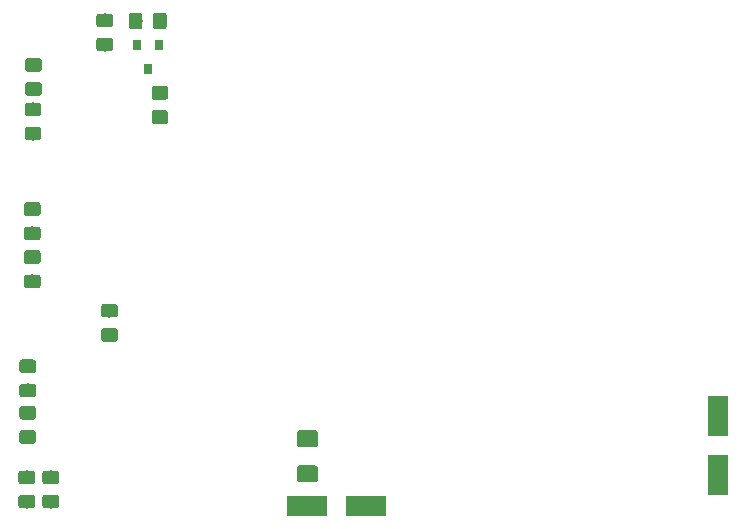
<source format=gbr>
%TF.GenerationSoftware,KiCad,Pcbnew,5.1.4*%
%TF.CreationDate,2019-11-11T17:46:08+01:00*%
%TF.ProjectId,followsun-hardware,666f6c6c-6f77-4737-956e-2d6861726477,rev?*%
%TF.SameCoordinates,Original*%
%TF.FileFunction,Paste,Top*%
%TF.FilePolarity,Positive*%
%FSLAX46Y46*%
G04 Gerber Fmt 4.6, Leading zero omitted, Abs format (unit mm)*
G04 Created by KiCad (PCBNEW 5.1.4) date 2019-11-11 17:46:08*
%MOMM*%
%LPD*%
G04 APERTURE LIST*
%ADD10C,0.100000*%
%ADD11C,1.150000*%
%ADD12R,1.800000X3.500000*%
%ADD13R,3.500000X1.800000*%
%ADD14C,1.425000*%
%ADD15R,0.800000X0.900000*%
G04 APERTURE END LIST*
D10*
G36*
X145356105Y-82618604D02*
G01*
X145380373Y-82622204D01*
X145404172Y-82628165D01*
X145427271Y-82636430D01*
X145449450Y-82646920D01*
X145470493Y-82659532D01*
X145490199Y-82674147D01*
X145508377Y-82690623D01*
X145524853Y-82708801D01*
X145539468Y-82728507D01*
X145552080Y-82749550D01*
X145562570Y-82771729D01*
X145570835Y-82794828D01*
X145576796Y-82818627D01*
X145580396Y-82842895D01*
X145581600Y-82867399D01*
X145581600Y-83517401D01*
X145580396Y-83541905D01*
X145576796Y-83566173D01*
X145570835Y-83589972D01*
X145562570Y-83613071D01*
X145552080Y-83635250D01*
X145539468Y-83656293D01*
X145524853Y-83675999D01*
X145508377Y-83694177D01*
X145490199Y-83710653D01*
X145470493Y-83725268D01*
X145449450Y-83737880D01*
X145427271Y-83748370D01*
X145404172Y-83756635D01*
X145380373Y-83762596D01*
X145356105Y-83766196D01*
X145331601Y-83767400D01*
X144431599Y-83767400D01*
X144407095Y-83766196D01*
X144382827Y-83762596D01*
X144359028Y-83756635D01*
X144335929Y-83748370D01*
X144313750Y-83737880D01*
X144292707Y-83725268D01*
X144273001Y-83710653D01*
X144254823Y-83694177D01*
X144238347Y-83675999D01*
X144223732Y-83656293D01*
X144211120Y-83635250D01*
X144200630Y-83613071D01*
X144192365Y-83589972D01*
X144186404Y-83566173D01*
X144182804Y-83541905D01*
X144181600Y-83517401D01*
X144181600Y-82867399D01*
X144182804Y-82842895D01*
X144186404Y-82818627D01*
X144192365Y-82794828D01*
X144200630Y-82771729D01*
X144211120Y-82749550D01*
X144223732Y-82728507D01*
X144238347Y-82708801D01*
X144254823Y-82690623D01*
X144273001Y-82674147D01*
X144292707Y-82659532D01*
X144313750Y-82646920D01*
X144335929Y-82636430D01*
X144359028Y-82628165D01*
X144382827Y-82622204D01*
X144407095Y-82618604D01*
X144431599Y-82617400D01*
X145331601Y-82617400D01*
X145356105Y-82618604D01*
X145356105Y-82618604D01*
G37*
D11*
X144881600Y-83192400D03*
D10*
G36*
X145356105Y-84668604D02*
G01*
X145380373Y-84672204D01*
X145404172Y-84678165D01*
X145427271Y-84686430D01*
X145449450Y-84696920D01*
X145470493Y-84709532D01*
X145490199Y-84724147D01*
X145508377Y-84740623D01*
X145524853Y-84758801D01*
X145539468Y-84778507D01*
X145552080Y-84799550D01*
X145562570Y-84821729D01*
X145570835Y-84844828D01*
X145576796Y-84868627D01*
X145580396Y-84892895D01*
X145581600Y-84917399D01*
X145581600Y-85567401D01*
X145580396Y-85591905D01*
X145576796Y-85616173D01*
X145570835Y-85639972D01*
X145562570Y-85663071D01*
X145552080Y-85685250D01*
X145539468Y-85706293D01*
X145524853Y-85725999D01*
X145508377Y-85744177D01*
X145490199Y-85760653D01*
X145470493Y-85775268D01*
X145449450Y-85787880D01*
X145427271Y-85798370D01*
X145404172Y-85806635D01*
X145380373Y-85812596D01*
X145356105Y-85816196D01*
X145331601Y-85817400D01*
X144431599Y-85817400D01*
X144407095Y-85816196D01*
X144382827Y-85812596D01*
X144359028Y-85806635D01*
X144335929Y-85798370D01*
X144313750Y-85787880D01*
X144292707Y-85775268D01*
X144273001Y-85760653D01*
X144254823Y-85744177D01*
X144238347Y-85725999D01*
X144223732Y-85706293D01*
X144211120Y-85685250D01*
X144200630Y-85663071D01*
X144192365Y-85639972D01*
X144186404Y-85616173D01*
X144182804Y-85591905D01*
X144181600Y-85567401D01*
X144181600Y-84917399D01*
X144182804Y-84892895D01*
X144186404Y-84868627D01*
X144192365Y-84844828D01*
X144200630Y-84821729D01*
X144211120Y-84799550D01*
X144223732Y-84778507D01*
X144238347Y-84758801D01*
X144254823Y-84740623D01*
X144273001Y-84724147D01*
X144292707Y-84709532D01*
X144313750Y-84696920D01*
X144335929Y-84686430D01*
X144359028Y-84678165D01*
X144382827Y-84672204D01*
X144407095Y-84668604D01*
X144431599Y-84667400D01*
X145331601Y-84667400D01*
X145356105Y-84668604D01*
X145356105Y-84668604D01*
G37*
D11*
X144881600Y-85242400D03*
D10*
G36*
X143324105Y-82627604D02*
G01*
X143348373Y-82631204D01*
X143372172Y-82637165D01*
X143395271Y-82645430D01*
X143417450Y-82655920D01*
X143438493Y-82668532D01*
X143458199Y-82683147D01*
X143476377Y-82699623D01*
X143492853Y-82717801D01*
X143507468Y-82737507D01*
X143520080Y-82758550D01*
X143530570Y-82780729D01*
X143538835Y-82803828D01*
X143544796Y-82827627D01*
X143548396Y-82851895D01*
X143549600Y-82876399D01*
X143549600Y-83526401D01*
X143548396Y-83550905D01*
X143544796Y-83575173D01*
X143538835Y-83598972D01*
X143530570Y-83622071D01*
X143520080Y-83644250D01*
X143507468Y-83665293D01*
X143492853Y-83684999D01*
X143476377Y-83703177D01*
X143458199Y-83719653D01*
X143438493Y-83734268D01*
X143417450Y-83746880D01*
X143395271Y-83757370D01*
X143372172Y-83765635D01*
X143348373Y-83771596D01*
X143324105Y-83775196D01*
X143299601Y-83776400D01*
X142399599Y-83776400D01*
X142375095Y-83775196D01*
X142350827Y-83771596D01*
X142327028Y-83765635D01*
X142303929Y-83757370D01*
X142281750Y-83746880D01*
X142260707Y-83734268D01*
X142241001Y-83719653D01*
X142222823Y-83703177D01*
X142206347Y-83684999D01*
X142191732Y-83665293D01*
X142179120Y-83644250D01*
X142168630Y-83622071D01*
X142160365Y-83598972D01*
X142154404Y-83575173D01*
X142150804Y-83550905D01*
X142149600Y-83526401D01*
X142149600Y-82876399D01*
X142150804Y-82851895D01*
X142154404Y-82827627D01*
X142160365Y-82803828D01*
X142168630Y-82780729D01*
X142179120Y-82758550D01*
X142191732Y-82737507D01*
X142206347Y-82717801D01*
X142222823Y-82699623D01*
X142241001Y-82683147D01*
X142260707Y-82668532D01*
X142281750Y-82655920D01*
X142303929Y-82645430D01*
X142327028Y-82637165D01*
X142350827Y-82631204D01*
X142375095Y-82627604D01*
X142399599Y-82626400D01*
X143299601Y-82626400D01*
X143324105Y-82627604D01*
X143324105Y-82627604D01*
G37*
D11*
X142849600Y-83201400D03*
D10*
G36*
X143324105Y-84677604D02*
G01*
X143348373Y-84681204D01*
X143372172Y-84687165D01*
X143395271Y-84695430D01*
X143417450Y-84705920D01*
X143438493Y-84718532D01*
X143458199Y-84733147D01*
X143476377Y-84749623D01*
X143492853Y-84767801D01*
X143507468Y-84787507D01*
X143520080Y-84808550D01*
X143530570Y-84830729D01*
X143538835Y-84853828D01*
X143544796Y-84877627D01*
X143548396Y-84901895D01*
X143549600Y-84926399D01*
X143549600Y-85576401D01*
X143548396Y-85600905D01*
X143544796Y-85625173D01*
X143538835Y-85648972D01*
X143530570Y-85672071D01*
X143520080Y-85694250D01*
X143507468Y-85715293D01*
X143492853Y-85734999D01*
X143476377Y-85753177D01*
X143458199Y-85769653D01*
X143438493Y-85784268D01*
X143417450Y-85796880D01*
X143395271Y-85807370D01*
X143372172Y-85815635D01*
X143348373Y-85821596D01*
X143324105Y-85825196D01*
X143299601Y-85826400D01*
X142399599Y-85826400D01*
X142375095Y-85825196D01*
X142350827Y-85821596D01*
X142327028Y-85815635D01*
X142303929Y-85807370D01*
X142281750Y-85796880D01*
X142260707Y-85784268D01*
X142241001Y-85769653D01*
X142222823Y-85753177D01*
X142206347Y-85734999D01*
X142191732Y-85715293D01*
X142179120Y-85694250D01*
X142168630Y-85672071D01*
X142160365Y-85648972D01*
X142154404Y-85625173D01*
X142150804Y-85600905D01*
X142149600Y-85576401D01*
X142149600Y-84926399D01*
X142150804Y-84901895D01*
X142154404Y-84877627D01*
X142160365Y-84853828D01*
X142168630Y-84830729D01*
X142179120Y-84808550D01*
X142191732Y-84787507D01*
X142206347Y-84767801D01*
X142222823Y-84749623D01*
X142241001Y-84733147D01*
X142260707Y-84718532D01*
X142281750Y-84705920D01*
X142303929Y-84695430D01*
X142327028Y-84687165D01*
X142350827Y-84681204D01*
X142375095Y-84677604D01*
X142399599Y-84676400D01*
X143299601Y-84676400D01*
X143324105Y-84677604D01*
X143324105Y-84677604D01*
G37*
D11*
X142849600Y-85251400D03*
D12*
X201422000Y-83018000D03*
X201422000Y-78018000D03*
D10*
G36*
X143413005Y-79200204D02*
G01*
X143437273Y-79203804D01*
X143461072Y-79209765D01*
X143484171Y-79218030D01*
X143506350Y-79228520D01*
X143527393Y-79241132D01*
X143547099Y-79255747D01*
X143565277Y-79272223D01*
X143581753Y-79290401D01*
X143596368Y-79310107D01*
X143608980Y-79331150D01*
X143619470Y-79353329D01*
X143627735Y-79376428D01*
X143633696Y-79400227D01*
X143637296Y-79424495D01*
X143638500Y-79448999D01*
X143638500Y-80099001D01*
X143637296Y-80123505D01*
X143633696Y-80147773D01*
X143627735Y-80171572D01*
X143619470Y-80194671D01*
X143608980Y-80216850D01*
X143596368Y-80237893D01*
X143581753Y-80257599D01*
X143565277Y-80275777D01*
X143547099Y-80292253D01*
X143527393Y-80306868D01*
X143506350Y-80319480D01*
X143484171Y-80329970D01*
X143461072Y-80338235D01*
X143437273Y-80344196D01*
X143413005Y-80347796D01*
X143388501Y-80349000D01*
X142488499Y-80349000D01*
X142463995Y-80347796D01*
X142439727Y-80344196D01*
X142415928Y-80338235D01*
X142392829Y-80329970D01*
X142370650Y-80319480D01*
X142349607Y-80306868D01*
X142329901Y-80292253D01*
X142311723Y-80275777D01*
X142295247Y-80257599D01*
X142280632Y-80237893D01*
X142268020Y-80216850D01*
X142257530Y-80194671D01*
X142249265Y-80171572D01*
X142243304Y-80147773D01*
X142239704Y-80123505D01*
X142238500Y-80099001D01*
X142238500Y-79448999D01*
X142239704Y-79424495D01*
X142243304Y-79400227D01*
X142249265Y-79376428D01*
X142257530Y-79353329D01*
X142268020Y-79331150D01*
X142280632Y-79310107D01*
X142295247Y-79290401D01*
X142311723Y-79272223D01*
X142329901Y-79255747D01*
X142349607Y-79241132D01*
X142370650Y-79228520D01*
X142392829Y-79218030D01*
X142415928Y-79209765D01*
X142439727Y-79203804D01*
X142463995Y-79200204D01*
X142488499Y-79199000D01*
X143388501Y-79199000D01*
X143413005Y-79200204D01*
X143413005Y-79200204D01*
G37*
D11*
X142938500Y-79774000D03*
D10*
G36*
X143413005Y-77150204D02*
G01*
X143437273Y-77153804D01*
X143461072Y-77159765D01*
X143484171Y-77168030D01*
X143506350Y-77178520D01*
X143527393Y-77191132D01*
X143547099Y-77205747D01*
X143565277Y-77222223D01*
X143581753Y-77240401D01*
X143596368Y-77260107D01*
X143608980Y-77281150D01*
X143619470Y-77303329D01*
X143627735Y-77326428D01*
X143633696Y-77350227D01*
X143637296Y-77374495D01*
X143638500Y-77398999D01*
X143638500Y-78049001D01*
X143637296Y-78073505D01*
X143633696Y-78097773D01*
X143627735Y-78121572D01*
X143619470Y-78144671D01*
X143608980Y-78166850D01*
X143596368Y-78187893D01*
X143581753Y-78207599D01*
X143565277Y-78225777D01*
X143547099Y-78242253D01*
X143527393Y-78256868D01*
X143506350Y-78269480D01*
X143484171Y-78279970D01*
X143461072Y-78288235D01*
X143437273Y-78294196D01*
X143413005Y-78297796D01*
X143388501Y-78299000D01*
X142488499Y-78299000D01*
X142463995Y-78297796D01*
X142439727Y-78294196D01*
X142415928Y-78288235D01*
X142392829Y-78279970D01*
X142370650Y-78269480D01*
X142349607Y-78256868D01*
X142329901Y-78242253D01*
X142311723Y-78225777D01*
X142295247Y-78207599D01*
X142280632Y-78187893D01*
X142268020Y-78166850D01*
X142257530Y-78144671D01*
X142249265Y-78121572D01*
X142243304Y-78097773D01*
X142239704Y-78073505D01*
X142238500Y-78049001D01*
X142238500Y-77398999D01*
X142239704Y-77374495D01*
X142243304Y-77350227D01*
X142249265Y-77326428D01*
X142257530Y-77303329D01*
X142268020Y-77281150D01*
X142280632Y-77260107D01*
X142295247Y-77240401D01*
X142311723Y-77222223D01*
X142329901Y-77205747D01*
X142349607Y-77191132D01*
X142370650Y-77178520D01*
X142392829Y-77168030D01*
X142415928Y-77159765D01*
X142439727Y-77153804D01*
X142463995Y-77150204D01*
X142488499Y-77149000D01*
X143388501Y-77149000D01*
X143413005Y-77150204D01*
X143413005Y-77150204D01*
G37*
D11*
X142938500Y-77724000D03*
D13*
X171562400Y-85598000D03*
X166562400Y-85598000D03*
D10*
G36*
X150334505Y-70555204D02*
G01*
X150358773Y-70558804D01*
X150382572Y-70564765D01*
X150405671Y-70573030D01*
X150427850Y-70583520D01*
X150448893Y-70596132D01*
X150468599Y-70610747D01*
X150486777Y-70627223D01*
X150503253Y-70645401D01*
X150517868Y-70665107D01*
X150530480Y-70686150D01*
X150540970Y-70708329D01*
X150549235Y-70731428D01*
X150555196Y-70755227D01*
X150558796Y-70779495D01*
X150560000Y-70803999D01*
X150560000Y-71454001D01*
X150558796Y-71478505D01*
X150555196Y-71502773D01*
X150549235Y-71526572D01*
X150540970Y-71549671D01*
X150530480Y-71571850D01*
X150517868Y-71592893D01*
X150503253Y-71612599D01*
X150486777Y-71630777D01*
X150468599Y-71647253D01*
X150448893Y-71661868D01*
X150427850Y-71674480D01*
X150405671Y-71684970D01*
X150382572Y-71693235D01*
X150358773Y-71699196D01*
X150334505Y-71702796D01*
X150310001Y-71704000D01*
X149409999Y-71704000D01*
X149385495Y-71702796D01*
X149361227Y-71699196D01*
X149337428Y-71693235D01*
X149314329Y-71684970D01*
X149292150Y-71674480D01*
X149271107Y-71661868D01*
X149251401Y-71647253D01*
X149233223Y-71630777D01*
X149216747Y-71612599D01*
X149202132Y-71592893D01*
X149189520Y-71571850D01*
X149179030Y-71549671D01*
X149170765Y-71526572D01*
X149164804Y-71502773D01*
X149161204Y-71478505D01*
X149160000Y-71454001D01*
X149160000Y-70803999D01*
X149161204Y-70779495D01*
X149164804Y-70755227D01*
X149170765Y-70731428D01*
X149179030Y-70708329D01*
X149189520Y-70686150D01*
X149202132Y-70665107D01*
X149216747Y-70645401D01*
X149233223Y-70627223D01*
X149251401Y-70610747D01*
X149271107Y-70596132D01*
X149292150Y-70583520D01*
X149314329Y-70573030D01*
X149337428Y-70564765D01*
X149361227Y-70558804D01*
X149385495Y-70555204D01*
X149409999Y-70554000D01*
X150310001Y-70554000D01*
X150334505Y-70555204D01*
X150334505Y-70555204D01*
G37*
D11*
X149860000Y-71129000D03*
D10*
G36*
X150334505Y-68505204D02*
G01*
X150358773Y-68508804D01*
X150382572Y-68514765D01*
X150405671Y-68523030D01*
X150427850Y-68533520D01*
X150448893Y-68546132D01*
X150468599Y-68560747D01*
X150486777Y-68577223D01*
X150503253Y-68595401D01*
X150517868Y-68615107D01*
X150530480Y-68636150D01*
X150540970Y-68658329D01*
X150549235Y-68681428D01*
X150555196Y-68705227D01*
X150558796Y-68729495D01*
X150560000Y-68753999D01*
X150560000Y-69404001D01*
X150558796Y-69428505D01*
X150555196Y-69452773D01*
X150549235Y-69476572D01*
X150540970Y-69499671D01*
X150530480Y-69521850D01*
X150517868Y-69542893D01*
X150503253Y-69562599D01*
X150486777Y-69580777D01*
X150468599Y-69597253D01*
X150448893Y-69611868D01*
X150427850Y-69624480D01*
X150405671Y-69634970D01*
X150382572Y-69643235D01*
X150358773Y-69649196D01*
X150334505Y-69652796D01*
X150310001Y-69654000D01*
X149409999Y-69654000D01*
X149385495Y-69652796D01*
X149361227Y-69649196D01*
X149337428Y-69643235D01*
X149314329Y-69634970D01*
X149292150Y-69624480D01*
X149271107Y-69611868D01*
X149251401Y-69597253D01*
X149233223Y-69580777D01*
X149216747Y-69562599D01*
X149202132Y-69542893D01*
X149189520Y-69521850D01*
X149179030Y-69499671D01*
X149170765Y-69476572D01*
X149164804Y-69452773D01*
X149161204Y-69428505D01*
X149160000Y-69404001D01*
X149160000Y-68753999D01*
X149161204Y-68729495D01*
X149164804Y-68705227D01*
X149170765Y-68681428D01*
X149179030Y-68658329D01*
X149189520Y-68636150D01*
X149202132Y-68615107D01*
X149216747Y-68595401D01*
X149233223Y-68577223D01*
X149251401Y-68560747D01*
X149271107Y-68546132D01*
X149292150Y-68533520D01*
X149314329Y-68523030D01*
X149337428Y-68514765D01*
X149361227Y-68508804D01*
X149385495Y-68505204D01*
X149409999Y-68504000D01*
X150310001Y-68504000D01*
X150334505Y-68505204D01*
X150334505Y-68505204D01*
G37*
D11*
X149860000Y-69079000D03*
D10*
G36*
X154601705Y-52114804D02*
G01*
X154625973Y-52118404D01*
X154649772Y-52124365D01*
X154672871Y-52132630D01*
X154695050Y-52143120D01*
X154716093Y-52155732D01*
X154735799Y-52170347D01*
X154753977Y-52186823D01*
X154770453Y-52205001D01*
X154785068Y-52224707D01*
X154797680Y-52245750D01*
X154808170Y-52267929D01*
X154816435Y-52291028D01*
X154822396Y-52314827D01*
X154825996Y-52339095D01*
X154827200Y-52363599D01*
X154827200Y-53013601D01*
X154825996Y-53038105D01*
X154822396Y-53062373D01*
X154816435Y-53086172D01*
X154808170Y-53109271D01*
X154797680Y-53131450D01*
X154785068Y-53152493D01*
X154770453Y-53172199D01*
X154753977Y-53190377D01*
X154735799Y-53206853D01*
X154716093Y-53221468D01*
X154695050Y-53234080D01*
X154672871Y-53244570D01*
X154649772Y-53252835D01*
X154625973Y-53258796D01*
X154601705Y-53262396D01*
X154577201Y-53263600D01*
X153677199Y-53263600D01*
X153652695Y-53262396D01*
X153628427Y-53258796D01*
X153604628Y-53252835D01*
X153581529Y-53244570D01*
X153559350Y-53234080D01*
X153538307Y-53221468D01*
X153518601Y-53206853D01*
X153500423Y-53190377D01*
X153483947Y-53172199D01*
X153469332Y-53152493D01*
X153456720Y-53131450D01*
X153446230Y-53109271D01*
X153437965Y-53086172D01*
X153432004Y-53062373D01*
X153428404Y-53038105D01*
X153427200Y-53013601D01*
X153427200Y-52363599D01*
X153428404Y-52339095D01*
X153432004Y-52314827D01*
X153437965Y-52291028D01*
X153446230Y-52267929D01*
X153456720Y-52245750D01*
X153469332Y-52224707D01*
X153483947Y-52205001D01*
X153500423Y-52186823D01*
X153518601Y-52170347D01*
X153538307Y-52155732D01*
X153559350Y-52143120D01*
X153581529Y-52132630D01*
X153604628Y-52124365D01*
X153628427Y-52118404D01*
X153652695Y-52114804D01*
X153677199Y-52113600D01*
X154577201Y-52113600D01*
X154601705Y-52114804D01*
X154601705Y-52114804D01*
G37*
D11*
X154127200Y-52688600D03*
D10*
G36*
X154601705Y-50064804D02*
G01*
X154625973Y-50068404D01*
X154649772Y-50074365D01*
X154672871Y-50082630D01*
X154695050Y-50093120D01*
X154716093Y-50105732D01*
X154735799Y-50120347D01*
X154753977Y-50136823D01*
X154770453Y-50155001D01*
X154785068Y-50174707D01*
X154797680Y-50195750D01*
X154808170Y-50217929D01*
X154816435Y-50241028D01*
X154822396Y-50264827D01*
X154825996Y-50289095D01*
X154827200Y-50313599D01*
X154827200Y-50963601D01*
X154825996Y-50988105D01*
X154822396Y-51012373D01*
X154816435Y-51036172D01*
X154808170Y-51059271D01*
X154797680Y-51081450D01*
X154785068Y-51102493D01*
X154770453Y-51122199D01*
X154753977Y-51140377D01*
X154735799Y-51156853D01*
X154716093Y-51171468D01*
X154695050Y-51184080D01*
X154672871Y-51194570D01*
X154649772Y-51202835D01*
X154625973Y-51208796D01*
X154601705Y-51212396D01*
X154577201Y-51213600D01*
X153677199Y-51213600D01*
X153652695Y-51212396D01*
X153628427Y-51208796D01*
X153604628Y-51202835D01*
X153581529Y-51194570D01*
X153559350Y-51184080D01*
X153538307Y-51171468D01*
X153518601Y-51156853D01*
X153500423Y-51140377D01*
X153483947Y-51122199D01*
X153469332Y-51102493D01*
X153456720Y-51081450D01*
X153446230Y-51059271D01*
X153437965Y-51036172D01*
X153432004Y-51012373D01*
X153428404Y-50988105D01*
X153427200Y-50963601D01*
X153427200Y-50313599D01*
X153428404Y-50289095D01*
X153432004Y-50264827D01*
X153437965Y-50241028D01*
X153446230Y-50217929D01*
X153456720Y-50195750D01*
X153469332Y-50174707D01*
X153483947Y-50155001D01*
X153500423Y-50136823D01*
X153518601Y-50120347D01*
X153538307Y-50105732D01*
X153559350Y-50093120D01*
X153581529Y-50082630D01*
X153604628Y-50074365D01*
X153628427Y-50068404D01*
X153652695Y-50064804D01*
X153677199Y-50063600D01*
X154577201Y-50063600D01*
X154601705Y-50064804D01*
X154601705Y-50064804D01*
G37*
D11*
X154127200Y-50638600D03*
D10*
G36*
X143908305Y-49743604D02*
G01*
X143932573Y-49747204D01*
X143956372Y-49753165D01*
X143979471Y-49761430D01*
X144001650Y-49771920D01*
X144022693Y-49784532D01*
X144042399Y-49799147D01*
X144060577Y-49815623D01*
X144077053Y-49833801D01*
X144091668Y-49853507D01*
X144104280Y-49874550D01*
X144114770Y-49896729D01*
X144123035Y-49919828D01*
X144128996Y-49943627D01*
X144132596Y-49967895D01*
X144133800Y-49992399D01*
X144133800Y-50642401D01*
X144132596Y-50666905D01*
X144128996Y-50691173D01*
X144123035Y-50714972D01*
X144114770Y-50738071D01*
X144104280Y-50760250D01*
X144091668Y-50781293D01*
X144077053Y-50800999D01*
X144060577Y-50819177D01*
X144042399Y-50835653D01*
X144022693Y-50850268D01*
X144001650Y-50862880D01*
X143979471Y-50873370D01*
X143956372Y-50881635D01*
X143932573Y-50887596D01*
X143908305Y-50891196D01*
X143883801Y-50892400D01*
X142983799Y-50892400D01*
X142959295Y-50891196D01*
X142935027Y-50887596D01*
X142911228Y-50881635D01*
X142888129Y-50873370D01*
X142865950Y-50862880D01*
X142844907Y-50850268D01*
X142825201Y-50835653D01*
X142807023Y-50819177D01*
X142790547Y-50800999D01*
X142775932Y-50781293D01*
X142763320Y-50760250D01*
X142752830Y-50738071D01*
X142744565Y-50714972D01*
X142738604Y-50691173D01*
X142735004Y-50666905D01*
X142733800Y-50642401D01*
X142733800Y-49992399D01*
X142735004Y-49967895D01*
X142738604Y-49943627D01*
X142744565Y-49919828D01*
X142752830Y-49896729D01*
X142763320Y-49874550D01*
X142775932Y-49853507D01*
X142790547Y-49833801D01*
X142807023Y-49815623D01*
X142825201Y-49799147D01*
X142844907Y-49784532D01*
X142865950Y-49771920D01*
X142888129Y-49761430D01*
X142911228Y-49753165D01*
X142935027Y-49747204D01*
X142959295Y-49743604D01*
X142983799Y-49742400D01*
X143883801Y-49742400D01*
X143908305Y-49743604D01*
X143908305Y-49743604D01*
G37*
D11*
X143433800Y-50317400D03*
D10*
G36*
X143908305Y-47693604D02*
G01*
X143932573Y-47697204D01*
X143956372Y-47703165D01*
X143979471Y-47711430D01*
X144001650Y-47721920D01*
X144022693Y-47734532D01*
X144042399Y-47749147D01*
X144060577Y-47765623D01*
X144077053Y-47783801D01*
X144091668Y-47803507D01*
X144104280Y-47824550D01*
X144114770Y-47846729D01*
X144123035Y-47869828D01*
X144128996Y-47893627D01*
X144132596Y-47917895D01*
X144133800Y-47942399D01*
X144133800Y-48592401D01*
X144132596Y-48616905D01*
X144128996Y-48641173D01*
X144123035Y-48664972D01*
X144114770Y-48688071D01*
X144104280Y-48710250D01*
X144091668Y-48731293D01*
X144077053Y-48750999D01*
X144060577Y-48769177D01*
X144042399Y-48785653D01*
X144022693Y-48800268D01*
X144001650Y-48812880D01*
X143979471Y-48823370D01*
X143956372Y-48831635D01*
X143932573Y-48837596D01*
X143908305Y-48841196D01*
X143883801Y-48842400D01*
X142983799Y-48842400D01*
X142959295Y-48841196D01*
X142935027Y-48837596D01*
X142911228Y-48831635D01*
X142888129Y-48823370D01*
X142865950Y-48812880D01*
X142844907Y-48800268D01*
X142825201Y-48785653D01*
X142807023Y-48769177D01*
X142790547Y-48750999D01*
X142775932Y-48731293D01*
X142763320Y-48710250D01*
X142752830Y-48688071D01*
X142744565Y-48664972D01*
X142738604Y-48641173D01*
X142735004Y-48616905D01*
X142733800Y-48592401D01*
X142733800Y-47942399D01*
X142735004Y-47917895D01*
X142738604Y-47893627D01*
X142744565Y-47869828D01*
X142752830Y-47846729D01*
X142763320Y-47824550D01*
X142775932Y-47803507D01*
X142790547Y-47783801D01*
X142807023Y-47765623D01*
X142825201Y-47749147D01*
X142844907Y-47734532D01*
X142865950Y-47721920D01*
X142888129Y-47711430D01*
X142911228Y-47703165D01*
X142935027Y-47697204D01*
X142959295Y-47693604D01*
X142983799Y-47692400D01*
X143883801Y-47692400D01*
X143908305Y-47693604D01*
X143908305Y-47693604D01*
G37*
D11*
X143433800Y-48267400D03*
D10*
G36*
X143413005Y-73213204D02*
G01*
X143437273Y-73216804D01*
X143461072Y-73222765D01*
X143484171Y-73231030D01*
X143506350Y-73241520D01*
X143527393Y-73254132D01*
X143547099Y-73268747D01*
X143565277Y-73285223D01*
X143581753Y-73303401D01*
X143596368Y-73323107D01*
X143608980Y-73344150D01*
X143619470Y-73366329D01*
X143627735Y-73389428D01*
X143633696Y-73413227D01*
X143637296Y-73437495D01*
X143638500Y-73461999D01*
X143638500Y-74112001D01*
X143637296Y-74136505D01*
X143633696Y-74160773D01*
X143627735Y-74184572D01*
X143619470Y-74207671D01*
X143608980Y-74229850D01*
X143596368Y-74250893D01*
X143581753Y-74270599D01*
X143565277Y-74288777D01*
X143547099Y-74305253D01*
X143527393Y-74319868D01*
X143506350Y-74332480D01*
X143484171Y-74342970D01*
X143461072Y-74351235D01*
X143437273Y-74357196D01*
X143413005Y-74360796D01*
X143388501Y-74362000D01*
X142488499Y-74362000D01*
X142463995Y-74360796D01*
X142439727Y-74357196D01*
X142415928Y-74351235D01*
X142392829Y-74342970D01*
X142370650Y-74332480D01*
X142349607Y-74319868D01*
X142329901Y-74305253D01*
X142311723Y-74288777D01*
X142295247Y-74270599D01*
X142280632Y-74250893D01*
X142268020Y-74229850D01*
X142257530Y-74207671D01*
X142249265Y-74184572D01*
X142243304Y-74160773D01*
X142239704Y-74136505D01*
X142238500Y-74112001D01*
X142238500Y-73461999D01*
X142239704Y-73437495D01*
X142243304Y-73413227D01*
X142249265Y-73389428D01*
X142257530Y-73366329D01*
X142268020Y-73344150D01*
X142280632Y-73323107D01*
X142295247Y-73303401D01*
X142311723Y-73285223D01*
X142329901Y-73268747D01*
X142349607Y-73254132D01*
X142370650Y-73241520D01*
X142392829Y-73231030D01*
X142415928Y-73222765D01*
X142439727Y-73216804D01*
X142463995Y-73213204D01*
X142488499Y-73212000D01*
X143388501Y-73212000D01*
X143413005Y-73213204D01*
X143413005Y-73213204D01*
G37*
D11*
X142938500Y-73787000D03*
D10*
G36*
X143413005Y-75263204D02*
G01*
X143437273Y-75266804D01*
X143461072Y-75272765D01*
X143484171Y-75281030D01*
X143506350Y-75291520D01*
X143527393Y-75304132D01*
X143547099Y-75318747D01*
X143565277Y-75335223D01*
X143581753Y-75353401D01*
X143596368Y-75373107D01*
X143608980Y-75394150D01*
X143619470Y-75416329D01*
X143627735Y-75439428D01*
X143633696Y-75463227D01*
X143637296Y-75487495D01*
X143638500Y-75511999D01*
X143638500Y-76162001D01*
X143637296Y-76186505D01*
X143633696Y-76210773D01*
X143627735Y-76234572D01*
X143619470Y-76257671D01*
X143608980Y-76279850D01*
X143596368Y-76300893D01*
X143581753Y-76320599D01*
X143565277Y-76338777D01*
X143547099Y-76355253D01*
X143527393Y-76369868D01*
X143506350Y-76382480D01*
X143484171Y-76392970D01*
X143461072Y-76401235D01*
X143437273Y-76407196D01*
X143413005Y-76410796D01*
X143388501Y-76412000D01*
X142488499Y-76412000D01*
X142463995Y-76410796D01*
X142439727Y-76407196D01*
X142415928Y-76401235D01*
X142392829Y-76392970D01*
X142370650Y-76382480D01*
X142349607Y-76369868D01*
X142329901Y-76355253D01*
X142311723Y-76338777D01*
X142295247Y-76320599D01*
X142280632Y-76300893D01*
X142268020Y-76279850D01*
X142257530Y-76257671D01*
X142249265Y-76234572D01*
X142243304Y-76210773D01*
X142239704Y-76186505D01*
X142238500Y-76162001D01*
X142238500Y-75511999D01*
X142239704Y-75487495D01*
X142243304Y-75463227D01*
X142249265Y-75439428D01*
X142257530Y-75416329D01*
X142268020Y-75394150D01*
X142280632Y-75373107D01*
X142295247Y-75353401D01*
X142311723Y-75335223D01*
X142329901Y-75318747D01*
X142349607Y-75304132D01*
X142370650Y-75291520D01*
X142392829Y-75281030D01*
X142415928Y-75272765D01*
X142439727Y-75266804D01*
X142463995Y-75263204D01*
X142488499Y-75262000D01*
X143388501Y-75262000D01*
X143413005Y-75263204D01*
X143413005Y-75263204D01*
G37*
D11*
X142938500Y-75837000D03*
D10*
G36*
X143806705Y-59907304D02*
G01*
X143830973Y-59910904D01*
X143854772Y-59916865D01*
X143877871Y-59925130D01*
X143900050Y-59935620D01*
X143921093Y-59948232D01*
X143940799Y-59962847D01*
X143958977Y-59979323D01*
X143975453Y-59997501D01*
X143990068Y-60017207D01*
X144002680Y-60038250D01*
X144013170Y-60060429D01*
X144021435Y-60083528D01*
X144027396Y-60107327D01*
X144030996Y-60131595D01*
X144032200Y-60156099D01*
X144032200Y-60806101D01*
X144030996Y-60830605D01*
X144027396Y-60854873D01*
X144021435Y-60878672D01*
X144013170Y-60901771D01*
X144002680Y-60923950D01*
X143990068Y-60944993D01*
X143975453Y-60964699D01*
X143958977Y-60982877D01*
X143940799Y-60999353D01*
X143921093Y-61013968D01*
X143900050Y-61026580D01*
X143877871Y-61037070D01*
X143854772Y-61045335D01*
X143830973Y-61051296D01*
X143806705Y-61054896D01*
X143782201Y-61056100D01*
X142882199Y-61056100D01*
X142857695Y-61054896D01*
X142833427Y-61051296D01*
X142809628Y-61045335D01*
X142786529Y-61037070D01*
X142764350Y-61026580D01*
X142743307Y-61013968D01*
X142723601Y-60999353D01*
X142705423Y-60982877D01*
X142688947Y-60964699D01*
X142674332Y-60944993D01*
X142661720Y-60923950D01*
X142651230Y-60901771D01*
X142642965Y-60878672D01*
X142637004Y-60854873D01*
X142633404Y-60830605D01*
X142632200Y-60806101D01*
X142632200Y-60156099D01*
X142633404Y-60131595D01*
X142637004Y-60107327D01*
X142642965Y-60083528D01*
X142651230Y-60060429D01*
X142661720Y-60038250D01*
X142674332Y-60017207D01*
X142688947Y-59997501D01*
X142705423Y-59979323D01*
X142723601Y-59962847D01*
X142743307Y-59948232D01*
X142764350Y-59935620D01*
X142786529Y-59925130D01*
X142809628Y-59916865D01*
X142833427Y-59910904D01*
X142857695Y-59907304D01*
X142882199Y-59906100D01*
X143782201Y-59906100D01*
X143806705Y-59907304D01*
X143806705Y-59907304D01*
G37*
D11*
X143332200Y-60481100D03*
D10*
G36*
X143806705Y-61957304D02*
G01*
X143830973Y-61960904D01*
X143854772Y-61966865D01*
X143877871Y-61975130D01*
X143900050Y-61985620D01*
X143921093Y-61998232D01*
X143940799Y-62012847D01*
X143958977Y-62029323D01*
X143975453Y-62047501D01*
X143990068Y-62067207D01*
X144002680Y-62088250D01*
X144013170Y-62110429D01*
X144021435Y-62133528D01*
X144027396Y-62157327D01*
X144030996Y-62181595D01*
X144032200Y-62206099D01*
X144032200Y-62856101D01*
X144030996Y-62880605D01*
X144027396Y-62904873D01*
X144021435Y-62928672D01*
X144013170Y-62951771D01*
X144002680Y-62973950D01*
X143990068Y-62994993D01*
X143975453Y-63014699D01*
X143958977Y-63032877D01*
X143940799Y-63049353D01*
X143921093Y-63063968D01*
X143900050Y-63076580D01*
X143877871Y-63087070D01*
X143854772Y-63095335D01*
X143830973Y-63101296D01*
X143806705Y-63104896D01*
X143782201Y-63106100D01*
X142882199Y-63106100D01*
X142857695Y-63104896D01*
X142833427Y-63101296D01*
X142809628Y-63095335D01*
X142786529Y-63087070D01*
X142764350Y-63076580D01*
X142743307Y-63063968D01*
X142723601Y-63049353D01*
X142705423Y-63032877D01*
X142688947Y-63014699D01*
X142674332Y-62994993D01*
X142661720Y-62973950D01*
X142651230Y-62951771D01*
X142642965Y-62928672D01*
X142637004Y-62904873D01*
X142633404Y-62880605D01*
X142632200Y-62856101D01*
X142632200Y-62206099D01*
X142633404Y-62181595D01*
X142637004Y-62157327D01*
X142642965Y-62133528D01*
X142651230Y-62110429D01*
X142661720Y-62088250D01*
X142674332Y-62067207D01*
X142688947Y-62047501D01*
X142705423Y-62029323D01*
X142723601Y-62012847D01*
X142743307Y-61998232D01*
X142764350Y-61985620D01*
X142786529Y-61975130D01*
X142809628Y-61966865D01*
X142833427Y-61960904D01*
X142857695Y-61957304D01*
X142882199Y-61956100D01*
X143782201Y-61956100D01*
X143806705Y-61957304D01*
X143806705Y-61957304D01*
G37*
D11*
X143332200Y-62531100D03*
D10*
G36*
X167273504Y-82183204D02*
G01*
X167297773Y-82186804D01*
X167321571Y-82192765D01*
X167344671Y-82201030D01*
X167366849Y-82211520D01*
X167387893Y-82224133D01*
X167407598Y-82238747D01*
X167425777Y-82255223D01*
X167442253Y-82273402D01*
X167456867Y-82293107D01*
X167469480Y-82314151D01*
X167479970Y-82336329D01*
X167488235Y-82359429D01*
X167494196Y-82383227D01*
X167497796Y-82407496D01*
X167499000Y-82432000D01*
X167499000Y-83357000D01*
X167497796Y-83381504D01*
X167494196Y-83405773D01*
X167488235Y-83429571D01*
X167479970Y-83452671D01*
X167469480Y-83474849D01*
X167456867Y-83495893D01*
X167442253Y-83515598D01*
X167425777Y-83533777D01*
X167407598Y-83550253D01*
X167387893Y-83564867D01*
X167366849Y-83577480D01*
X167344671Y-83587970D01*
X167321571Y-83596235D01*
X167297773Y-83602196D01*
X167273504Y-83605796D01*
X167249000Y-83607000D01*
X165999000Y-83607000D01*
X165974496Y-83605796D01*
X165950227Y-83602196D01*
X165926429Y-83596235D01*
X165903329Y-83587970D01*
X165881151Y-83577480D01*
X165860107Y-83564867D01*
X165840402Y-83550253D01*
X165822223Y-83533777D01*
X165805747Y-83515598D01*
X165791133Y-83495893D01*
X165778520Y-83474849D01*
X165768030Y-83452671D01*
X165759765Y-83429571D01*
X165753804Y-83405773D01*
X165750204Y-83381504D01*
X165749000Y-83357000D01*
X165749000Y-82432000D01*
X165750204Y-82407496D01*
X165753804Y-82383227D01*
X165759765Y-82359429D01*
X165768030Y-82336329D01*
X165778520Y-82314151D01*
X165791133Y-82293107D01*
X165805747Y-82273402D01*
X165822223Y-82255223D01*
X165840402Y-82238747D01*
X165860107Y-82224133D01*
X165881151Y-82211520D01*
X165903329Y-82201030D01*
X165926429Y-82192765D01*
X165950227Y-82186804D01*
X165974496Y-82183204D01*
X165999000Y-82182000D01*
X167249000Y-82182000D01*
X167273504Y-82183204D01*
X167273504Y-82183204D01*
G37*
D14*
X166624000Y-82894500D03*
D10*
G36*
X167273504Y-79208204D02*
G01*
X167297773Y-79211804D01*
X167321571Y-79217765D01*
X167344671Y-79226030D01*
X167366849Y-79236520D01*
X167387893Y-79249133D01*
X167407598Y-79263747D01*
X167425777Y-79280223D01*
X167442253Y-79298402D01*
X167456867Y-79318107D01*
X167469480Y-79339151D01*
X167479970Y-79361329D01*
X167488235Y-79384429D01*
X167494196Y-79408227D01*
X167497796Y-79432496D01*
X167499000Y-79457000D01*
X167499000Y-80382000D01*
X167497796Y-80406504D01*
X167494196Y-80430773D01*
X167488235Y-80454571D01*
X167479970Y-80477671D01*
X167469480Y-80499849D01*
X167456867Y-80520893D01*
X167442253Y-80540598D01*
X167425777Y-80558777D01*
X167407598Y-80575253D01*
X167387893Y-80589867D01*
X167366849Y-80602480D01*
X167344671Y-80612970D01*
X167321571Y-80621235D01*
X167297773Y-80627196D01*
X167273504Y-80630796D01*
X167249000Y-80632000D01*
X165999000Y-80632000D01*
X165974496Y-80630796D01*
X165950227Y-80627196D01*
X165926429Y-80621235D01*
X165903329Y-80612970D01*
X165881151Y-80602480D01*
X165860107Y-80589867D01*
X165840402Y-80575253D01*
X165822223Y-80558777D01*
X165805747Y-80540598D01*
X165791133Y-80520893D01*
X165778520Y-80499849D01*
X165768030Y-80477671D01*
X165759765Y-80454571D01*
X165753804Y-80430773D01*
X165750204Y-80406504D01*
X165749000Y-80382000D01*
X165749000Y-79457000D01*
X165750204Y-79432496D01*
X165753804Y-79408227D01*
X165759765Y-79384429D01*
X165768030Y-79361329D01*
X165778520Y-79339151D01*
X165791133Y-79318107D01*
X165805747Y-79298402D01*
X165822223Y-79280223D01*
X165840402Y-79263747D01*
X165860107Y-79249133D01*
X165881151Y-79236520D01*
X165903329Y-79226030D01*
X165926429Y-79217765D01*
X165950227Y-79211804D01*
X165974496Y-79208204D01*
X165999000Y-79207000D01*
X167249000Y-79207000D01*
X167273504Y-79208204D01*
X167273504Y-79208204D01*
G37*
D14*
X166624000Y-79919500D03*
D10*
G36*
X149928105Y-45977004D02*
G01*
X149952373Y-45980604D01*
X149976172Y-45986565D01*
X149999271Y-45994830D01*
X150021450Y-46005320D01*
X150042493Y-46017932D01*
X150062199Y-46032547D01*
X150080377Y-46049023D01*
X150096853Y-46067201D01*
X150111468Y-46086907D01*
X150124080Y-46107950D01*
X150134570Y-46130129D01*
X150142835Y-46153228D01*
X150148796Y-46177027D01*
X150152396Y-46201295D01*
X150153600Y-46225799D01*
X150153600Y-46875801D01*
X150152396Y-46900305D01*
X150148796Y-46924573D01*
X150142835Y-46948372D01*
X150134570Y-46971471D01*
X150124080Y-46993650D01*
X150111468Y-47014693D01*
X150096853Y-47034399D01*
X150080377Y-47052577D01*
X150062199Y-47069053D01*
X150042493Y-47083668D01*
X150021450Y-47096280D01*
X149999271Y-47106770D01*
X149976172Y-47115035D01*
X149952373Y-47120996D01*
X149928105Y-47124596D01*
X149903601Y-47125800D01*
X149003599Y-47125800D01*
X148979095Y-47124596D01*
X148954827Y-47120996D01*
X148931028Y-47115035D01*
X148907929Y-47106770D01*
X148885750Y-47096280D01*
X148864707Y-47083668D01*
X148845001Y-47069053D01*
X148826823Y-47052577D01*
X148810347Y-47034399D01*
X148795732Y-47014693D01*
X148783120Y-46993650D01*
X148772630Y-46971471D01*
X148764365Y-46948372D01*
X148758404Y-46924573D01*
X148754804Y-46900305D01*
X148753600Y-46875801D01*
X148753600Y-46225799D01*
X148754804Y-46201295D01*
X148758404Y-46177027D01*
X148764365Y-46153228D01*
X148772630Y-46130129D01*
X148783120Y-46107950D01*
X148795732Y-46086907D01*
X148810347Y-46067201D01*
X148826823Y-46049023D01*
X148845001Y-46032547D01*
X148864707Y-46017932D01*
X148885750Y-46005320D01*
X148907929Y-45994830D01*
X148931028Y-45986565D01*
X148954827Y-45980604D01*
X148979095Y-45977004D01*
X149003599Y-45975800D01*
X149903601Y-45975800D01*
X149928105Y-45977004D01*
X149928105Y-45977004D01*
G37*
D11*
X149453600Y-46550800D03*
D10*
G36*
X149928105Y-43927004D02*
G01*
X149952373Y-43930604D01*
X149976172Y-43936565D01*
X149999271Y-43944830D01*
X150021450Y-43955320D01*
X150042493Y-43967932D01*
X150062199Y-43982547D01*
X150080377Y-43999023D01*
X150096853Y-44017201D01*
X150111468Y-44036907D01*
X150124080Y-44057950D01*
X150134570Y-44080129D01*
X150142835Y-44103228D01*
X150148796Y-44127027D01*
X150152396Y-44151295D01*
X150153600Y-44175799D01*
X150153600Y-44825801D01*
X150152396Y-44850305D01*
X150148796Y-44874573D01*
X150142835Y-44898372D01*
X150134570Y-44921471D01*
X150124080Y-44943650D01*
X150111468Y-44964693D01*
X150096853Y-44984399D01*
X150080377Y-45002577D01*
X150062199Y-45019053D01*
X150042493Y-45033668D01*
X150021450Y-45046280D01*
X149999271Y-45056770D01*
X149976172Y-45065035D01*
X149952373Y-45070996D01*
X149928105Y-45074596D01*
X149903601Y-45075800D01*
X149003599Y-45075800D01*
X148979095Y-45074596D01*
X148954827Y-45070996D01*
X148931028Y-45065035D01*
X148907929Y-45056770D01*
X148885750Y-45046280D01*
X148864707Y-45033668D01*
X148845001Y-45019053D01*
X148826823Y-45002577D01*
X148810347Y-44984399D01*
X148795732Y-44964693D01*
X148783120Y-44943650D01*
X148772630Y-44921471D01*
X148764365Y-44898372D01*
X148758404Y-44874573D01*
X148754804Y-44850305D01*
X148753600Y-44825801D01*
X148753600Y-44175799D01*
X148754804Y-44151295D01*
X148758404Y-44127027D01*
X148764365Y-44103228D01*
X148772630Y-44080129D01*
X148783120Y-44057950D01*
X148795732Y-44036907D01*
X148810347Y-44017201D01*
X148826823Y-43999023D01*
X148845001Y-43982547D01*
X148864707Y-43967932D01*
X148885750Y-43955320D01*
X148907929Y-43944830D01*
X148931028Y-43936565D01*
X148954827Y-43930604D01*
X148979095Y-43927004D01*
X149003599Y-43925800D01*
X149903601Y-43925800D01*
X149928105Y-43927004D01*
X149928105Y-43927004D01*
G37*
D11*
X149453600Y-44500800D03*
D10*
G36*
X152426705Y-43852804D02*
G01*
X152450973Y-43856404D01*
X152474772Y-43862365D01*
X152497871Y-43870630D01*
X152520050Y-43881120D01*
X152541093Y-43893732D01*
X152560799Y-43908347D01*
X152578977Y-43924823D01*
X152595453Y-43943001D01*
X152610068Y-43962707D01*
X152622680Y-43983750D01*
X152633170Y-44005929D01*
X152641435Y-44029028D01*
X152647396Y-44052827D01*
X152650996Y-44077095D01*
X152652200Y-44101599D01*
X152652200Y-45001601D01*
X152650996Y-45026105D01*
X152647396Y-45050373D01*
X152641435Y-45074172D01*
X152633170Y-45097271D01*
X152622680Y-45119450D01*
X152610068Y-45140493D01*
X152595453Y-45160199D01*
X152578977Y-45178377D01*
X152560799Y-45194853D01*
X152541093Y-45209468D01*
X152520050Y-45222080D01*
X152497871Y-45232570D01*
X152474772Y-45240835D01*
X152450973Y-45246796D01*
X152426705Y-45250396D01*
X152402201Y-45251600D01*
X151752199Y-45251600D01*
X151727695Y-45250396D01*
X151703427Y-45246796D01*
X151679628Y-45240835D01*
X151656529Y-45232570D01*
X151634350Y-45222080D01*
X151613307Y-45209468D01*
X151593601Y-45194853D01*
X151575423Y-45178377D01*
X151558947Y-45160199D01*
X151544332Y-45140493D01*
X151531720Y-45119450D01*
X151521230Y-45097271D01*
X151512965Y-45074172D01*
X151507004Y-45050373D01*
X151503404Y-45026105D01*
X151502200Y-45001601D01*
X151502200Y-44101599D01*
X151503404Y-44077095D01*
X151507004Y-44052827D01*
X151512965Y-44029028D01*
X151521230Y-44005929D01*
X151531720Y-43983750D01*
X151544332Y-43962707D01*
X151558947Y-43943001D01*
X151575423Y-43924823D01*
X151593601Y-43908347D01*
X151613307Y-43893732D01*
X151634350Y-43881120D01*
X151656529Y-43870630D01*
X151679628Y-43862365D01*
X151703427Y-43856404D01*
X151727695Y-43852804D01*
X151752199Y-43851600D01*
X152402201Y-43851600D01*
X152426705Y-43852804D01*
X152426705Y-43852804D01*
G37*
D11*
X152077200Y-44551600D03*
D10*
G36*
X154476705Y-43852804D02*
G01*
X154500973Y-43856404D01*
X154524772Y-43862365D01*
X154547871Y-43870630D01*
X154570050Y-43881120D01*
X154591093Y-43893732D01*
X154610799Y-43908347D01*
X154628977Y-43924823D01*
X154645453Y-43943001D01*
X154660068Y-43962707D01*
X154672680Y-43983750D01*
X154683170Y-44005929D01*
X154691435Y-44029028D01*
X154697396Y-44052827D01*
X154700996Y-44077095D01*
X154702200Y-44101599D01*
X154702200Y-45001601D01*
X154700996Y-45026105D01*
X154697396Y-45050373D01*
X154691435Y-45074172D01*
X154683170Y-45097271D01*
X154672680Y-45119450D01*
X154660068Y-45140493D01*
X154645453Y-45160199D01*
X154628977Y-45178377D01*
X154610799Y-45194853D01*
X154591093Y-45209468D01*
X154570050Y-45222080D01*
X154547871Y-45232570D01*
X154524772Y-45240835D01*
X154500973Y-45246796D01*
X154476705Y-45250396D01*
X154452201Y-45251600D01*
X153802199Y-45251600D01*
X153777695Y-45250396D01*
X153753427Y-45246796D01*
X153729628Y-45240835D01*
X153706529Y-45232570D01*
X153684350Y-45222080D01*
X153663307Y-45209468D01*
X153643601Y-45194853D01*
X153625423Y-45178377D01*
X153608947Y-45160199D01*
X153594332Y-45140493D01*
X153581720Y-45119450D01*
X153571230Y-45097271D01*
X153562965Y-45074172D01*
X153557004Y-45050373D01*
X153553404Y-45026105D01*
X153552200Y-45001601D01*
X153552200Y-44101599D01*
X153553404Y-44077095D01*
X153557004Y-44052827D01*
X153562965Y-44029028D01*
X153571230Y-44005929D01*
X153581720Y-43983750D01*
X153594332Y-43962707D01*
X153608947Y-43943001D01*
X153625423Y-43924823D01*
X153643601Y-43908347D01*
X153663307Y-43893732D01*
X153684350Y-43881120D01*
X153706529Y-43870630D01*
X153729628Y-43862365D01*
X153753427Y-43856404D01*
X153777695Y-43852804D01*
X153802199Y-43851600D01*
X154452201Y-43851600D01*
X154476705Y-43852804D01*
X154476705Y-43852804D01*
G37*
D11*
X154127200Y-44551600D03*
D10*
G36*
X143857505Y-53511804D02*
G01*
X143881773Y-53515404D01*
X143905572Y-53521365D01*
X143928671Y-53529630D01*
X143950850Y-53540120D01*
X143971893Y-53552732D01*
X143991599Y-53567347D01*
X144009777Y-53583823D01*
X144026253Y-53602001D01*
X144040868Y-53621707D01*
X144053480Y-53642750D01*
X144063970Y-53664929D01*
X144072235Y-53688028D01*
X144078196Y-53711827D01*
X144081796Y-53736095D01*
X144083000Y-53760599D01*
X144083000Y-54410601D01*
X144081796Y-54435105D01*
X144078196Y-54459373D01*
X144072235Y-54483172D01*
X144063970Y-54506271D01*
X144053480Y-54528450D01*
X144040868Y-54549493D01*
X144026253Y-54569199D01*
X144009777Y-54587377D01*
X143991599Y-54603853D01*
X143971893Y-54618468D01*
X143950850Y-54631080D01*
X143928671Y-54641570D01*
X143905572Y-54649835D01*
X143881773Y-54655796D01*
X143857505Y-54659396D01*
X143833001Y-54660600D01*
X142932999Y-54660600D01*
X142908495Y-54659396D01*
X142884227Y-54655796D01*
X142860428Y-54649835D01*
X142837329Y-54641570D01*
X142815150Y-54631080D01*
X142794107Y-54618468D01*
X142774401Y-54603853D01*
X142756223Y-54587377D01*
X142739747Y-54569199D01*
X142725132Y-54549493D01*
X142712520Y-54528450D01*
X142702030Y-54506271D01*
X142693765Y-54483172D01*
X142687804Y-54459373D01*
X142684204Y-54435105D01*
X142683000Y-54410601D01*
X142683000Y-53760599D01*
X142684204Y-53736095D01*
X142687804Y-53711827D01*
X142693765Y-53688028D01*
X142702030Y-53664929D01*
X142712520Y-53642750D01*
X142725132Y-53621707D01*
X142739747Y-53602001D01*
X142756223Y-53583823D01*
X142774401Y-53567347D01*
X142794107Y-53552732D01*
X142815150Y-53540120D01*
X142837329Y-53529630D01*
X142860428Y-53521365D01*
X142884227Y-53515404D01*
X142908495Y-53511804D01*
X142932999Y-53510600D01*
X143833001Y-53510600D01*
X143857505Y-53511804D01*
X143857505Y-53511804D01*
G37*
D11*
X143383000Y-54085600D03*
D10*
G36*
X143857505Y-51461804D02*
G01*
X143881773Y-51465404D01*
X143905572Y-51471365D01*
X143928671Y-51479630D01*
X143950850Y-51490120D01*
X143971893Y-51502732D01*
X143991599Y-51517347D01*
X144009777Y-51533823D01*
X144026253Y-51552001D01*
X144040868Y-51571707D01*
X144053480Y-51592750D01*
X144063970Y-51614929D01*
X144072235Y-51638028D01*
X144078196Y-51661827D01*
X144081796Y-51686095D01*
X144083000Y-51710599D01*
X144083000Y-52360601D01*
X144081796Y-52385105D01*
X144078196Y-52409373D01*
X144072235Y-52433172D01*
X144063970Y-52456271D01*
X144053480Y-52478450D01*
X144040868Y-52499493D01*
X144026253Y-52519199D01*
X144009777Y-52537377D01*
X143991599Y-52553853D01*
X143971893Y-52568468D01*
X143950850Y-52581080D01*
X143928671Y-52591570D01*
X143905572Y-52599835D01*
X143881773Y-52605796D01*
X143857505Y-52609396D01*
X143833001Y-52610600D01*
X142932999Y-52610600D01*
X142908495Y-52609396D01*
X142884227Y-52605796D01*
X142860428Y-52599835D01*
X142837329Y-52591570D01*
X142815150Y-52581080D01*
X142794107Y-52568468D01*
X142774401Y-52553853D01*
X142756223Y-52537377D01*
X142739747Y-52519199D01*
X142725132Y-52499493D01*
X142712520Y-52478450D01*
X142702030Y-52456271D01*
X142693765Y-52433172D01*
X142687804Y-52409373D01*
X142684204Y-52385105D01*
X142683000Y-52360601D01*
X142683000Y-51710599D01*
X142684204Y-51686095D01*
X142687804Y-51661827D01*
X142693765Y-51638028D01*
X142702030Y-51614929D01*
X142712520Y-51592750D01*
X142725132Y-51571707D01*
X142739747Y-51552001D01*
X142756223Y-51533823D01*
X142774401Y-51517347D01*
X142794107Y-51502732D01*
X142815150Y-51490120D01*
X142837329Y-51479630D01*
X142860428Y-51471365D01*
X142884227Y-51465404D01*
X142908495Y-51461804D01*
X142932999Y-51460600D01*
X143833001Y-51460600D01*
X143857505Y-51461804D01*
X143857505Y-51461804D01*
G37*
D11*
X143383000Y-52035600D03*
D10*
G36*
X143806705Y-66021304D02*
G01*
X143830973Y-66024904D01*
X143854772Y-66030865D01*
X143877871Y-66039130D01*
X143900050Y-66049620D01*
X143921093Y-66062232D01*
X143940799Y-66076847D01*
X143958977Y-66093323D01*
X143975453Y-66111501D01*
X143990068Y-66131207D01*
X144002680Y-66152250D01*
X144013170Y-66174429D01*
X144021435Y-66197528D01*
X144027396Y-66221327D01*
X144030996Y-66245595D01*
X144032200Y-66270099D01*
X144032200Y-66920101D01*
X144030996Y-66944605D01*
X144027396Y-66968873D01*
X144021435Y-66992672D01*
X144013170Y-67015771D01*
X144002680Y-67037950D01*
X143990068Y-67058993D01*
X143975453Y-67078699D01*
X143958977Y-67096877D01*
X143940799Y-67113353D01*
X143921093Y-67127968D01*
X143900050Y-67140580D01*
X143877871Y-67151070D01*
X143854772Y-67159335D01*
X143830973Y-67165296D01*
X143806705Y-67168896D01*
X143782201Y-67170100D01*
X142882199Y-67170100D01*
X142857695Y-67168896D01*
X142833427Y-67165296D01*
X142809628Y-67159335D01*
X142786529Y-67151070D01*
X142764350Y-67140580D01*
X142743307Y-67127968D01*
X142723601Y-67113353D01*
X142705423Y-67096877D01*
X142688947Y-67078699D01*
X142674332Y-67058993D01*
X142661720Y-67037950D01*
X142651230Y-67015771D01*
X142642965Y-66992672D01*
X142637004Y-66968873D01*
X142633404Y-66944605D01*
X142632200Y-66920101D01*
X142632200Y-66270099D01*
X142633404Y-66245595D01*
X142637004Y-66221327D01*
X142642965Y-66197528D01*
X142651230Y-66174429D01*
X142661720Y-66152250D01*
X142674332Y-66131207D01*
X142688947Y-66111501D01*
X142705423Y-66093323D01*
X142723601Y-66076847D01*
X142743307Y-66062232D01*
X142764350Y-66049620D01*
X142786529Y-66039130D01*
X142809628Y-66030865D01*
X142833427Y-66024904D01*
X142857695Y-66021304D01*
X142882199Y-66020100D01*
X143782201Y-66020100D01*
X143806705Y-66021304D01*
X143806705Y-66021304D01*
G37*
D11*
X143332200Y-66595100D03*
D10*
G36*
X143806705Y-63971304D02*
G01*
X143830973Y-63974904D01*
X143854772Y-63980865D01*
X143877871Y-63989130D01*
X143900050Y-63999620D01*
X143921093Y-64012232D01*
X143940799Y-64026847D01*
X143958977Y-64043323D01*
X143975453Y-64061501D01*
X143990068Y-64081207D01*
X144002680Y-64102250D01*
X144013170Y-64124429D01*
X144021435Y-64147528D01*
X144027396Y-64171327D01*
X144030996Y-64195595D01*
X144032200Y-64220099D01*
X144032200Y-64870101D01*
X144030996Y-64894605D01*
X144027396Y-64918873D01*
X144021435Y-64942672D01*
X144013170Y-64965771D01*
X144002680Y-64987950D01*
X143990068Y-65008993D01*
X143975453Y-65028699D01*
X143958977Y-65046877D01*
X143940799Y-65063353D01*
X143921093Y-65077968D01*
X143900050Y-65090580D01*
X143877871Y-65101070D01*
X143854772Y-65109335D01*
X143830973Y-65115296D01*
X143806705Y-65118896D01*
X143782201Y-65120100D01*
X142882199Y-65120100D01*
X142857695Y-65118896D01*
X142833427Y-65115296D01*
X142809628Y-65109335D01*
X142786529Y-65101070D01*
X142764350Y-65090580D01*
X142743307Y-65077968D01*
X142723601Y-65063353D01*
X142705423Y-65046877D01*
X142688947Y-65028699D01*
X142674332Y-65008993D01*
X142661720Y-64987950D01*
X142651230Y-64965771D01*
X142642965Y-64942672D01*
X142637004Y-64918873D01*
X142633404Y-64894605D01*
X142632200Y-64870101D01*
X142632200Y-64220099D01*
X142633404Y-64195595D01*
X142637004Y-64171327D01*
X142642965Y-64147528D01*
X142651230Y-64124429D01*
X142661720Y-64102250D01*
X142674332Y-64081207D01*
X142688947Y-64061501D01*
X142705423Y-64043323D01*
X142723601Y-64026847D01*
X142743307Y-64012232D01*
X142764350Y-63999620D01*
X142786529Y-63989130D01*
X142809628Y-63980865D01*
X142833427Y-63974904D01*
X142857695Y-63971304D01*
X142882199Y-63970100D01*
X143782201Y-63970100D01*
X143806705Y-63971304D01*
X143806705Y-63971304D01*
G37*
D11*
X143332200Y-64545100D03*
D15*
X153111200Y-48599600D03*
X152161200Y-46599600D03*
X154061200Y-46599600D03*
M02*

</source>
